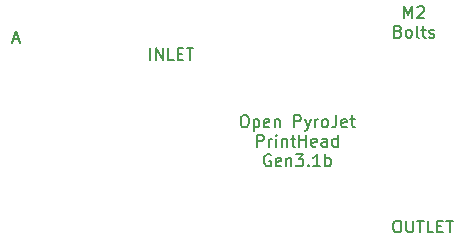
<source format=gto>
G04 #@! TF.GenerationSoftware,KiCad,Pcbnew,(5.1.12)-1*
G04 #@! TF.CreationDate,2022-04-03T11:03:18+08:00*
G04 #@! TF.ProjectId,Nozzle,4e6f7a7a-6c65-42e6-9b69-6361645f7063,Gen3.1b*
G04 #@! TF.SameCoordinates,Original*
G04 #@! TF.FileFunction,Legend,Top*
G04 #@! TF.FilePolarity,Positive*
%FSLAX46Y46*%
G04 Gerber Fmt 4.6, Leading zero omitted, Abs format (unit mm)*
G04 Created by KiCad (PCBNEW (5.1.12)-1) date 2022-04-03 11:03:18*
%MOMM*%
%LPD*%
G01*
G04 APERTURE LIST*
%ADD10C,0.150000*%
G04 APERTURE END LIST*
D10*
X114442904Y-110809066D02*
X114919095Y-110809066D01*
X114347666Y-111094780D02*
X114681000Y-110094780D01*
X115014333Y-111094780D01*
X133958580Y-117258580D02*
X134149057Y-117258580D01*
X134244295Y-117306200D01*
X134339533Y-117401438D01*
X134387152Y-117591914D01*
X134387152Y-117925247D01*
X134339533Y-118115723D01*
X134244295Y-118210961D01*
X134149057Y-118258580D01*
X133958580Y-118258580D01*
X133863342Y-118210961D01*
X133768104Y-118115723D01*
X133720485Y-117925247D01*
X133720485Y-117591914D01*
X133768104Y-117401438D01*
X133863342Y-117306200D01*
X133958580Y-117258580D01*
X134815723Y-117591914D02*
X134815723Y-118591914D01*
X134815723Y-117639533D02*
X134910961Y-117591914D01*
X135101438Y-117591914D01*
X135196676Y-117639533D01*
X135244295Y-117687152D01*
X135291914Y-117782390D01*
X135291914Y-118068104D01*
X135244295Y-118163342D01*
X135196676Y-118210961D01*
X135101438Y-118258580D01*
X134910961Y-118258580D01*
X134815723Y-118210961D01*
X136101438Y-118210961D02*
X136006200Y-118258580D01*
X135815723Y-118258580D01*
X135720485Y-118210961D01*
X135672866Y-118115723D01*
X135672866Y-117734771D01*
X135720485Y-117639533D01*
X135815723Y-117591914D01*
X136006200Y-117591914D01*
X136101438Y-117639533D01*
X136149057Y-117734771D01*
X136149057Y-117830009D01*
X135672866Y-117925247D01*
X136577628Y-117591914D02*
X136577628Y-118258580D01*
X136577628Y-117687152D02*
X136625247Y-117639533D01*
X136720485Y-117591914D01*
X136863342Y-117591914D01*
X136958580Y-117639533D01*
X137006200Y-117734771D01*
X137006200Y-118258580D01*
X138244295Y-118258580D02*
X138244295Y-117258580D01*
X138625247Y-117258580D01*
X138720485Y-117306200D01*
X138768104Y-117353819D01*
X138815723Y-117449057D01*
X138815723Y-117591914D01*
X138768104Y-117687152D01*
X138720485Y-117734771D01*
X138625247Y-117782390D01*
X138244295Y-117782390D01*
X139149057Y-117591914D02*
X139387152Y-118258580D01*
X139625247Y-117591914D02*
X139387152Y-118258580D01*
X139291914Y-118496676D01*
X139244295Y-118544295D01*
X139149057Y-118591914D01*
X140006200Y-118258580D02*
X140006200Y-117591914D01*
X140006200Y-117782390D02*
X140053819Y-117687152D01*
X140101438Y-117639533D01*
X140196676Y-117591914D01*
X140291914Y-117591914D01*
X140768104Y-118258580D02*
X140672866Y-118210961D01*
X140625247Y-118163342D01*
X140577628Y-118068104D01*
X140577628Y-117782390D01*
X140625247Y-117687152D01*
X140672866Y-117639533D01*
X140768104Y-117591914D01*
X140910961Y-117591914D01*
X141006200Y-117639533D01*
X141053819Y-117687152D01*
X141101438Y-117782390D01*
X141101438Y-118068104D01*
X141053819Y-118163342D01*
X141006200Y-118210961D01*
X140910961Y-118258580D01*
X140768104Y-118258580D01*
X141815723Y-117258580D02*
X141815723Y-117972866D01*
X141768104Y-118115723D01*
X141672866Y-118210961D01*
X141530009Y-118258580D01*
X141434771Y-118258580D01*
X142672866Y-118210961D02*
X142577628Y-118258580D01*
X142387152Y-118258580D01*
X142291914Y-118210961D01*
X142244295Y-118115723D01*
X142244295Y-117734771D01*
X142291914Y-117639533D01*
X142387152Y-117591914D01*
X142577628Y-117591914D01*
X142672866Y-117639533D01*
X142720485Y-117734771D01*
X142720485Y-117830009D01*
X142244295Y-117925247D01*
X143006200Y-117591914D02*
X143387152Y-117591914D01*
X143149057Y-117258580D02*
X143149057Y-118115723D01*
X143196676Y-118210961D01*
X143291914Y-118258580D01*
X143387152Y-118258580D01*
X135101438Y-119908580D02*
X135101438Y-118908580D01*
X135482390Y-118908580D01*
X135577628Y-118956200D01*
X135625247Y-119003819D01*
X135672866Y-119099057D01*
X135672866Y-119241914D01*
X135625247Y-119337152D01*
X135577628Y-119384771D01*
X135482390Y-119432390D01*
X135101438Y-119432390D01*
X136101438Y-119908580D02*
X136101438Y-119241914D01*
X136101438Y-119432390D02*
X136149057Y-119337152D01*
X136196676Y-119289533D01*
X136291914Y-119241914D01*
X136387152Y-119241914D01*
X136720485Y-119908580D02*
X136720485Y-119241914D01*
X136720485Y-118908580D02*
X136672866Y-118956200D01*
X136720485Y-119003819D01*
X136768104Y-118956200D01*
X136720485Y-118908580D01*
X136720485Y-119003819D01*
X137196676Y-119241914D02*
X137196676Y-119908580D01*
X137196676Y-119337152D02*
X137244295Y-119289533D01*
X137339533Y-119241914D01*
X137482390Y-119241914D01*
X137577628Y-119289533D01*
X137625247Y-119384771D01*
X137625247Y-119908580D01*
X137958580Y-119241914D02*
X138339533Y-119241914D01*
X138101438Y-118908580D02*
X138101438Y-119765723D01*
X138149057Y-119860961D01*
X138244295Y-119908580D01*
X138339533Y-119908580D01*
X138672866Y-119908580D02*
X138672866Y-118908580D01*
X138672866Y-119384771D02*
X139244295Y-119384771D01*
X139244295Y-119908580D02*
X139244295Y-118908580D01*
X140101438Y-119860961D02*
X140006200Y-119908580D01*
X139815723Y-119908580D01*
X139720485Y-119860961D01*
X139672866Y-119765723D01*
X139672866Y-119384771D01*
X139720485Y-119289533D01*
X139815723Y-119241914D01*
X140006200Y-119241914D01*
X140101438Y-119289533D01*
X140149057Y-119384771D01*
X140149057Y-119480009D01*
X139672866Y-119575247D01*
X141006200Y-119908580D02*
X141006200Y-119384771D01*
X140958580Y-119289533D01*
X140863342Y-119241914D01*
X140672866Y-119241914D01*
X140577628Y-119289533D01*
X141006200Y-119860961D02*
X140910961Y-119908580D01*
X140672866Y-119908580D01*
X140577628Y-119860961D01*
X140530009Y-119765723D01*
X140530009Y-119670485D01*
X140577628Y-119575247D01*
X140672866Y-119527628D01*
X140910961Y-119527628D01*
X141006200Y-119480009D01*
X141910961Y-119908580D02*
X141910961Y-118908580D01*
X141910961Y-119860961D02*
X141815723Y-119908580D01*
X141625247Y-119908580D01*
X141530009Y-119860961D01*
X141482390Y-119813342D01*
X141434771Y-119718104D01*
X141434771Y-119432390D01*
X141482390Y-119337152D01*
X141530009Y-119289533D01*
X141625247Y-119241914D01*
X141815723Y-119241914D01*
X141910961Y-119289533D01*
X136244295Y-120606200D02*
X136149057Y-120558580D01*
X136006200Y-120558580D01*
X135863342Y-120606200D01*
X135768104Y-120701438D01*
X135720485Y-120796676D01*
X135672866Y-120987152D01*
X135672866Y-121130009D01*
X135720485Y-121320485D01*
X135768104Y-121415723D01*
X135863342Y-121510961D01*
X136006200Y-121558580D01*
X136101438Y-121558580D01*
X136244295Y-121510961D01*
X136291914Y-121463342D01*
X136291914Y-121130009D01*
X136101438Y-121130009D01*
X137101438Y-121510961D02*
X137006200Y-121558580D01*
X136815723Y-121558580D01*
X136720485Y-121510961D01*
X136672866Y-121415723D01*
X136672866Y-121034771D01*
X136720485Y-120939533D01*
X136815723Y-120891914D01*
X137006200Y-120891914D01*
X137101438Y-120939533D01*
X137149057Y-121034771D01*
X137149057Y-121130009D01*
X136672866Y-121225247D01*
X137577628Y-120891914D02*
X137577628Y-121558580D01*
X137577628Y-120987152D02*
X137625247Y-120939533D01*
X137720485Y-120891914D01*
X137863342Y-120891914D01*
X137958580Y-120939533D01*
X138006200Y-121034771D01*
X138006200Y-121558580D01*
X138387152Y-120558580D02*
X139006200Y-120558580D01*
X138672866Y-120939533D01*
X138815723Y-120939533D01*
X138910961Y-120987152D01*
X138958580Y-121034771D01*
X139006200Y-121130009D01*
X139006200Y-121368104D01*
X138958580Y-121463342D01*
X138910961Y-121510961D01*
X138815723Y-121558580D01*
X138530009Y-121558580D01*
X138434771Y-121510961D01*
X138387152Y-121463342D01*
X139434771Y-121463342D02*
X139482390Y-121510961D01*
X139434771Y-121558580D01*
X139387152Y-121510961D01*
X139434771Y-121463342D01*
X139434771Y-121558580D01*
X140434771Y-121558580D02*
X139863342Y-121558580D01*
X140149057Y-121558580D02*
X140149057Y-120558580D01*
X140053819Y-120701438D01*
X139958580Y-120796676D01*
X139863342Y-120844295D01*
X140863342Y-121558580D02*
X140863342Y-120558580D01*
X140863342Y-120939533D02*
X140958580Y-120891914D01*
X141149057Y-120891914D01*
X141244295Y-120939533D01*
X141291914Y-120987152D01*
X141339533Y-121082390D01*
X141339533Y-121368104D01*
X141291914Y-121463342D01*
X141244295Y-121510961D01*
X141149057Y-121558580D01*
X140958580Y-121558580D01*
X140863342Y-121510961D01*
X147577276Y-109025180D02*
X147577276Y-108025180D01*
X147910609Y-108739466D01*
X148243942Y-108025180D01*
X148243942Y-109025180D01*
X148672514Y-108120419D02*
X148720133Y-108072800D01*
X148815371Y-108025180D01*
X149053466Y-108025180D01*
X149148704Y-108072800D01*
X149196323Y-108120419D01*
X149243942Y-108215657D01*
X149243942Y-108310895D01*
X149196323Y-108453752D01*
X148624895Y-109025180D01*
X149243942Y-109025180D01*
X147053466Y-110151371D02*
X147196323Y-110198990D01*
X147243942Y-110246609D01*
X147291561Y-110341847D01*
X147291561Y-110484704D01*
X147243942Y-110579942D01*
X147196323Y-110627561D01*
X147101085Y-110675180D01*
X146720133Y-110675180D01*
X146720133Y-109675180D01*
X147053466Y-109675180D01*
X147148704Y-109722800D01*
X147196323Y-109770419D01*
X147243942Y-109865657D01*
X147243942Y-109960895D01*
X147196323Y-110056133D01*
X147148704Y-110103752D01*
X147053466Y-110151371D01*
X146720133Y-110151371D01*
X147862990Y-110675180D02*
X147767752Y-110627561D01*
X147720133Y-110579942D01*
X147672514Y-110484704D01*
X147672514Y-110198990D01*
X147720133Y-110103752D01*
X147767752Y-110056133D01*
X147862990Y-110008514D01*
X148005847Y-110008514D01*
X148101085Y-110056133D01*
X148148704Y-110103752D01*
X148196323Y-110198990D01*
X148196323Y-110484704D01*
X148148704Y-110579942D01*
X148101085Y-110627561D01*
X148005847Y-110675180D01*
X147862990Y-110675180D01*
X148767752Y-110675180D02*
X148672514Y-110627561D01*
X148624895Y-110532323D01*
X148624895Y-109675180D01*
X149005847Y-110008514D02*
X149386800Y-110008514D01*
X149148704Y-109675180D02*
X149148704Y-110532323D01*
X149196323Y-110627561D01*
X149291561Y-110675180D01*
X149386800Y-110675180D01*
X149672514Y-110627561D02*
X149767752Y-110675180D01*
X149958228Y-110675180D01*
X150053466Y-110627561D01*
X150101085Y-110532323D01*
X150101085Y-110484704D01*
X150053466Y-110389466D01*
X149958228Y-110341847D01*
X149815371Y-110341847D01*
X149720133Y-110294228D01*
X149672514Y-110198990D01*
X149672514Y-110151371D01*
X149720133Y-110056133D01*
X149815371Y-110008514D01*
X149958228Y-110008514D01*
X150053466Y-110056133D01*
X146885304Y-126172980D02*
X147075780Y-126172980D01*
X147171019Y-126220600D01*
X147266257Y-126315838D01*
X147313876Y-126506314D01*
X147313876Y-126839647D01*
X147266257Y-127030123D01*
X147171019Y-127125361D01*
X147075780Y-127172980D01*
X146885304Y-127172980D01*
X146790066Y-127125361D01*
X146694828Y-127030123D01*
X146647209Y-126839647D01*
X146647209Y-126506314D01*
X146694828Y-126315838D01*
X146790066Y-126220600D01*
X146885304Y-126172980D01*
X147742447Y-126172980D02*
X147742447Y-126982504D01*
X147790066Y-127077742D01*
X147837685Y-127125361D01*
X147932923Y-127172980D01*
X148123400Y-127172980D01*
X148218638Y-127125361D01*
X148266257Y-127077742D01*
X148313876Y-126982504D01*
X148313876Y-126172980D01*
X148647209Y-126172980D02*
X149218638Y-126172980D01*
X148932923Y-127172980D02*
X148932923Y-126172980D01*
X150028161Y-127172980D02*
X149551971Y-127172980D01*
X149551971Y-126172980D01*
X150361495Y-126649171D02*
X150694828Y-126649171D01*
X150837685Y-127172980D02*
X150361495Y-127172980D01*
X150361495Y-126172980D01*
X150837685Y-126172980D01*
X151123400Y-126172980D02*
X151694828Y-126172980D01*
X151409114Y-127172980D02*
X151409114Y-126172980D01*
X126050895Y-112567980D02*
X126050895Y-111567980D01*
X126527085Y-112567980D02*
X126527085Y-111567980D01*
X127098514Y-112567980D01*
X127098514Y-111567980D01*
X128050895Y-112567980D02*
X127574704Y-112567980D01*
X127574704Y-111567980D01*
X128384228Y-112044171D02*
X128717561Y-112044171D01*
X128860419Y-112567980D02*
X128384228Y-112567980D01*
X128384228Y-111567980D01*
X128860419Y-111567980D01*
X129146133Y-111567980D02*
X129717561Y-111567980D01*
X129431847Y-112567980D02*
X129431847Y-111567980D01*
M02*

</source>
